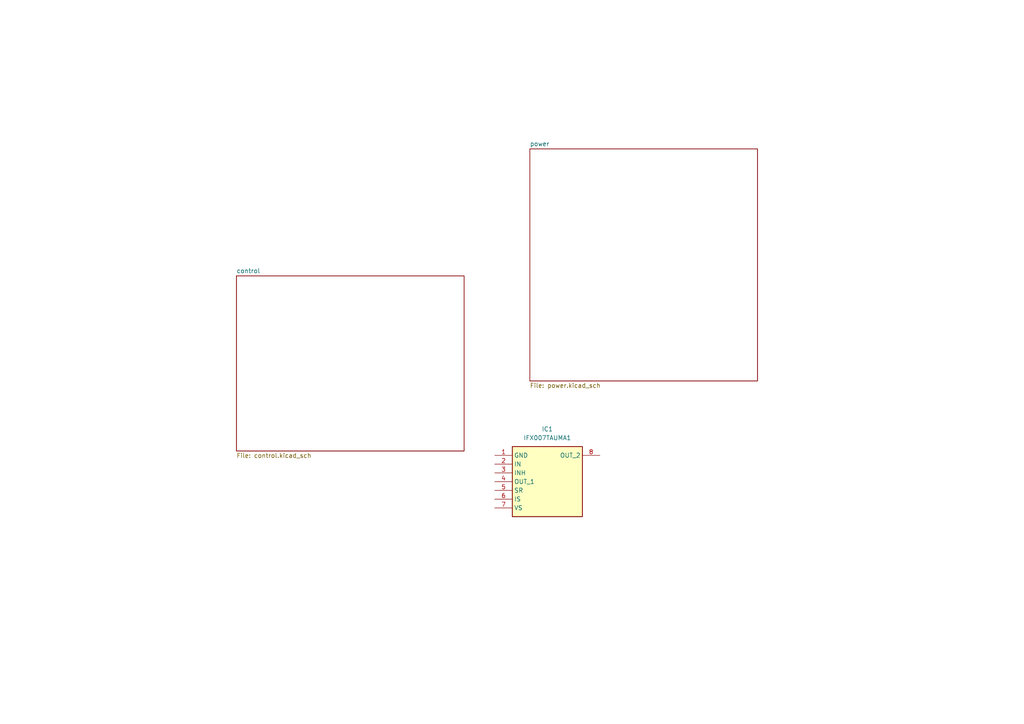
<source format=kicad_sch>
(kicad_sch (version 20231120) (generator "eeschema") (generator_version "8.0")
  (paper "A4")
  (lib_symbols
    (symbol "IFX007TAUMA1:IFX007TAUMA1"
      (property "Reference" "IC" (at 26.67 7.62 0))
      (property "Value" "IFX007TAUMA1" (at 26.67 5.08 0))
      (symbol "IFX007TAUMA1_1_1"
        (rectangle (start 5.08 2.54) (end 25.4 -17.78) (stroke (width 0.254)) (fill (type background)))
        (pin passive line (at 0 0 0) (length 5.08) (name "GND") (number "1"))
        (pin passive line (at 0 -2.54 0) (length 5.08) (name "IN") (number "2"))
        (pin passive line (at 0 -5.08 0) (length 5.08) (name "INH") (number "3"))
        (pin passive line (at 0 -7.62 0) (length 5.08) (name "OUT_1") (number "4"))
        (pin passive line (at 0 -10.16 0) (length 5.08) (name "SR") (number "5"))
        (pin passive line (at 0 -12.7 0) (length 5.08) (name "IS") (number "6"))
        (pin passive line (at 0 -15.24 0) (length 5.08) (name "VS") (number "7"))
        (pin passive line (at 30.48 0 180) (length 5.08) (name "OUT_2") (number "8"))
      )
    )
  )
  (symbol (lib_id "IFX007TAUMA1:IFX007TAUMA1") (at 143.51 132.08 0) (unit 1)
    (property "Reference" "IC1" (at 158.75 124.46 0))
    (property "Value" "IFX007TAUMA1" (at 158.75 127 0))
    (property "Footprint" "PG-TO263-7-1" (effects (hide yes)))
    (property "Datasheet" "https://www.infineon.com/dgdl/Infineon-IFX007T-DS-v01_00-EN.pdf?fileId=5546d46265f064ff0166433484070b75" (effects (hide yes)))
    (property "Description" "Gate Drivers" (effects (hide yes)))
    (property "Mouser Part Number" "726-IFX007TAUMA1" (effects (hide yes)))
    (property "Mouser Price/Stock" "https://www.mouser.co.uk/ProductDetail/Infineon-Technologies/IFX007TAUMA1?qs=qSfuJ%252Bfl%2Fd7ZcDPqNlCgmA%3D%3D" (effects (hide yes)))
    (property "Manufacturer_Name" "Infineon" (effects (hide yes)))
    (property "Manufacturer_Part_Number" "IFX007TAUMA1" (effects (hide yes)))
  )
  (sheet (at 68.58 80.01) (size 66.04 50.8) (stroke (width 0.1524))
    (property "Sheetname" "control" (at 68.58 79.2984 0) (effects (justify left bottom)))
    (property "Sheetfile" "control.kicad_sch" (at 68.58 131.3946 0) (effects (justify left top)))
  )
  (sheet (at 153.67 43.18) (size 66.04 67.31) (stroke (width 0.1524))
    (property "Sheetname" "power" (at 153.67 42.4684 0) (effects (justify left bottom)))
    (property "Sheetfile" "power.kicad_sch" (at 153.67 111.0746 0) (effects (justify left top)))
  )
)
</source>
